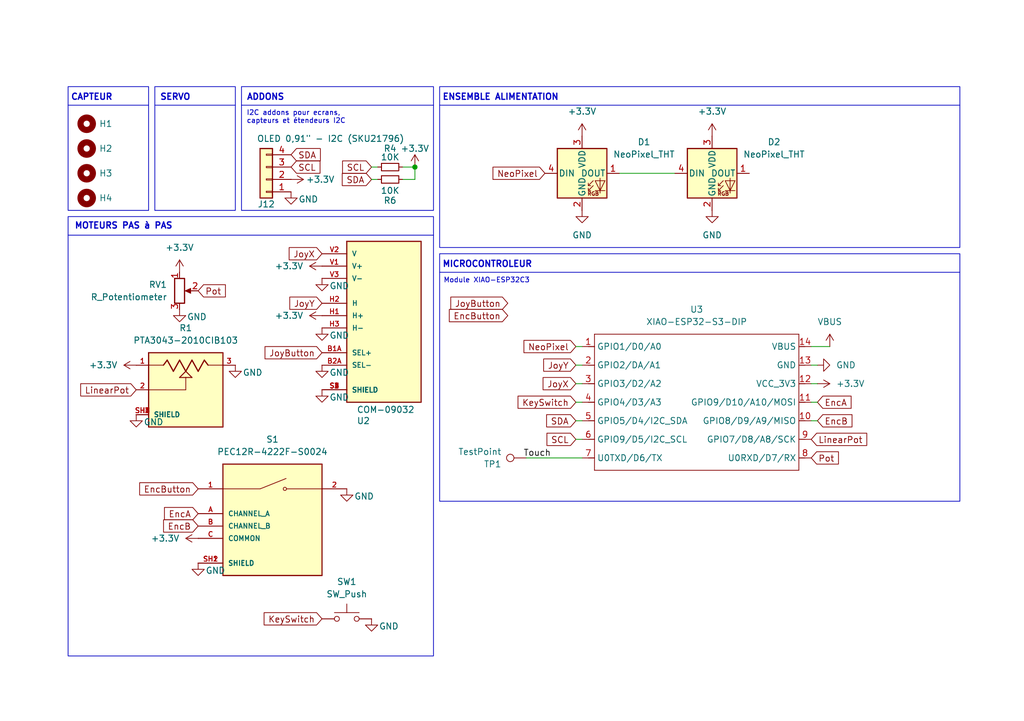
<source format=kicad_sch>
(kicad_sch (version 20250114) (generator "eeschema") (generator_version "9.0")
  (paper "A5")
  (title_block (title "PCB Otto Mks") (date "2025-01-21") (rev "1.0") (company "UniLaSalle Amiens - MakerSpace") (comment 1 "Adrien BRACQ - Remi LACOMBE") (comment 2 "https://makerspace-amiens.fr/otto-mks") (comment 3 "https://github.com/Makerspace-Amiens/otto-mks"))
  (lib_symbols
    (symbol "COM-09032:COM-09032" (pin_names (offset 1.016))
      (property "Reference" "U" (at -7.62 16.002 0))
      (property "Value" "COM-09032" (at -7.62 -20.32 0))
      (symbol "COM-09032_0_0"
        (rectangle (start -7.62 -17.78) (end 7.62 15.24) (stroke (width 0.254)) (fill (type background)))
        (pin passive line (at -12.7 12.7 0) (length 5.08) (name "V") (number "V2"))
        (pin passive line (at -12.7 10.16 0) (length 5.08) (name "V+") (number "V1"))
        (pin passive line (at -12.7 7.62 0) (length 5.08) (name "V-") (number "V3"))
        (pin passive line (at -12.7 2.54 0) (length 5.08) (name "H") (number "H2"))
        (pin passive line (at -12.7 0 0) (length 5.08) (name "H+") (number "H1"))
        (pin passive line (at -12.7 -2.54 0) (length 5.08) (name "H-") (number "H3"))
        (pin passive line (at -12.7 -7.62 0) (length 5.08) (name "SEL+") (number "B1A"))
        (pin passive line (at -12.7 -10.16 0) (length 5.08) (name "SEL-") (number "B2A"))
        (pin passive line (at -12.7 -15.24 0) (length 5.08) (name "SHIELD") (number "S1"))
        (pin passive line (at -12.7 -15.24 0) (length 5.08) (name "SHIELD") (number "S2"))
        (pin passive line (at -12.7 -15.24 0) (length 5.08) (name "SHIELD") (number "S3"))
        (pin passive line (at -12.7 -15.24 0) (length 5.08) (name "SHIELD") (number "S4"))
      )
    )
    (symbol "Connector:TestPoint" (pin_numbers (hide yes)) (pin_names (offset 0.762) (hide yes))
      (property "Reference" "TP" (at 0 6.858 0))
      (property "Value" "TestPoint" (at 0 5.08 0))
      (symbol "TestPoint_0_1"
        (circle (center 0 3.302) (radius 0.762))
      )
      (symbol "TestPoint_1_1"
        (pin passive line (at 0 0 90) (length 2.54) (name "1") (number "1"))
      )
    )
    (symbol "Connector_Generic:Conn_01x04" (pin_names (offset 1.016) (hide yes))
      (property "Reference" "J" (at 0 5.08 0))
      (property "Value" "Conn_01x04" (at 0 -7.62 0))
      (symbol "Conn_01x04_1_1"
        (rectangle (start -1.27 3.81) (end 1.27 -6.35) (stroke (width 0.254)) (fill (type background)))
        (rectangle (start -1.27 2.667) (end 0 2.413) (stroke (width 0.1524)))
        (rectangle (start -1.27 0.127) (end 0 -0.127) (stroke (width 0.1524)))
        (rectangle (start -1.27 -2.413) (end 0 -2.667) (stroke (width 0.1524)))
        (rectangle (start -1.27 -4.953) (end 0 -5.207) (stroke (width 0.1524)))
        (pin passive line (at -5.08 2.54 0) (length 3.81) (name "Pin_1") (number "1"))
        (pin passive line (at -5.08 0 0) (length 3.81) (name "Pin_2") (number "2"))
        (pin passive line (at -5.08 -2.54 0) (length 3.81) (name "Pin_3") (number "3"))
        (pin passive line (at -5.08 -5.08 0) (length 3.81) (name "Pin_4") (number "4"))
      )
    )
    (symbol "Device:R_Potentiometer" (pin_names (offset 1.016) (hide yes))
      (property "Reference" "RV" (at -4.445 0 90))
      (property "Value" "R_Potentiometer" (at -2.54 0 90))
      (symbol "R_Potentiometer_0_1"
        (rectangle (start 1.016 2.54) (end -1.016 -2.54) (stroke (width 0.254)))
        (polyline (pts (xy 1.143 0) (xy 2.286 0.508) (xy 2.286 -0.508) (xy 1.143 0)) (fill (type outline)))
        (polyline (pts (xy 2.54 0) (xy 1.524 0)))
      )
      (symbol "R_Potentiometer_1_1"
        (pin passive line (at 0 3.81 270) (length 1.27) (name "1") (number "1"))
        (pin passive line (at 0 -3.81 90) (length 1.27) (name "3") (number "3"))
        (pin passive line (at 3.81 0 180) (length 1.27) (name "2") (number "2"))
      )
    )
    (symbol "Device:R_Small" (pin_numbers (hide yes)) (pin_names (offset 0.254) (hide yes))
      (property "Reference" "R" (at 0.762 0.508 0))
      (property "Value" "R_Small" (at 0.762 -1.016 0))
      (symbol "R_Small_0_1"
        (rectangle (start -0.762 1.778) (end 0.762 -1.778) (stroke (width 0.2032)))
      )
      (symbol "R_Small_1_1"
        (pin passive line (at 0 2.54 270) (length 0.762) (name "~") (number "1"))
        (pin passive line (at 0 -2.54 90) (length 0.762) (name "~") (number "2"))
      )
    )
    (symbol "LED:NeoPixel_THT" (pin_names (offset 0.254))
      (property "Reference" "D" (at 5.08 5.715 0))
      (property "Value" "NeoPixel_THT" (at 1.27 -5.715 0))
      (symbol "NeoPixel_THT_0_0"
        (text "RGB" (at 2.286 -4.191 0) (effects (font (size 0.762 0.762))))
      )
      (symbol "NeoPixel_THT_0_1"
        (polyline (pts (xy 1.27 -2.54) (xy 1.778 -2.54)))
        (polyline (pts (xy 1.27 -3.556) (xy 1.778 -3.556)))
        (polyline (pts (xy 2.286 -1.524) (xy 1.27 -2.54) (xy 1.27 -2.032)))
        (polyline (pts (xy 2.286 -2.54) (xy 1.27 -3.556) (xy 1.27 -3.048)))
        (polyline (pts (xy 3.683 -1.016) (xy 3.683 -3.556) (xy 3.683 -4.064)))
        (polyline (pts (xy 4.699 -1.524) (xy 2.667 -1.524) (xy 3.683 -3.556) (xy 4.699 -1.524)))
        (polyline (pts (xy 4.699 -3.556) (xy 2.667 -3.556)))
        (rectangle (start 5.08 5.08) (end -5.08 -5.08) (stroke (width 0.254)) (fill (type background)))
      )
      (symbol "NeoPixel_THT_1_1"
        (pin input line (at -7.62 0 0) (length 2.54) (name "DIN") (number "4"))
        (pin power_in line (at 0 7.62 270) (length 2.54) (name "VDD") (number "3"))
        (pin power_in line (at 0 -7.62 90) (length 2.54) (name "GND") (number "2"))
        (pin output line (at 7.62 0 180) (length 2.54) (name "DOUT") (number "1"))
      )
    )
    (symbol "Mechanical:MountingHole" (pin_names (offset 1.016)) (in_bom no)
      (property "Reference" "H" (at 0 5.08 0))
      (property "Value" "MountingHole" (at 0 3.175 0))
      (symbol "MountingHole_0_1"
        (circle (center 0 0) (radius 1.27) (stroke (width 1.27)))
      )
    )
    (symbol "PEC12R-4222F-S0024:PEC12R-4222F-S0024" (pin_names (offset 1.016))
      (property "Reference" "S" (at -10.16 10.795 0))
      (property "Value" "PEC12R-4222F-S0024" (at -10.16 -15.24 0))
      (symbol "PEC12R-4222F-S0024_0_0"
        (rectangle (start -10.16 -12.7) (end 10.16 10.16) (stroke (width 0.254)) (fill (type background)))
        (polyline (pts (xy -2.54 5.08) (xy -10.16 5.08)) (stroke (width 0.1524)))
        (polyline (pts (xy -2.54 5.08) (xy 2.794 7.2136)) (stroke (width 0.1524)))
        (circle (center 2.54 5.08) (radius 0.3302) (stroke (width 0.1524)))
        (polyline (pts (xy 10.16 5.08) (xy 2.921 5.08)) (stroke (width 0.1524)))
        (pin passive line (at -15.24 5.08 0) (length 5.08) (name "~") (number "1"))
        (pin passive line (at -15.24 0 0) (length 5.08) (name "CHANNEL_A") (number "A"))
        (pin passive line (at -15.24 -2.54 0) (length 5.08) (name "CHANNEL_B") (number "B"))
        (pin passive line (at -15.24 -5.08 0) (length 5.08) (name "COMMON") (number "C"))
        (pin passive line (at -15.24 -10.16 0) (length 5.08) (name "SHIELD") (number "SH1"))
        (pin passive line (at -15.24 -10.16 0) (length 5.08) (name "SHIELD") (number "SH2"))
        (pin passive line (at 15.24 5.08 180) (length 5.08) (name "~") (number "2"))
      )
    )
    (symbol "PTA3043-2010CIB103:PTA3043-2010CIB103" (pin_names (offset 1.016))
      (property "Reference" "R" (at -7.62 8.382 0))
      (property "Value" "PTA3043-2010CIB103" (at -7.62 -10.16 0))
      (symbol "PTA3043-2010CIB103_0_0"
        (polyline (pts (xy -7.62 5.08) (xy -4.572 5.08)) (stroke (width 0.1524)))
        (rectangle (start -7.62 -7.62) (end 7.62 7.62) (stroke (width 0.254)) (fill (type background)))
        (polyline (pts (xy -4.572 5.08) (xy -3.81 6.096)) (stroke (width 0.254)))
        (polyline (pts (xy -3.81 6.096) (xy -2.54 3.81)) (stroke (width 0.254)))
        (polyline (pts (xy -2.54 3.81) (xy -1.27 6.096)) (stroke (width 0.254)))
        (polyline (pts (xy -1.27 6.096) (xy 0 3.81)) (stroke (width 0.254)))
        (polyline (pts (xy -1.27 2.54) (xy 0 3.81)) (stroke (width 0.2032)))
        (polyline (pts (xy 0 3.81) (xy 1.27 6.096)) (stroke (width 0.254)))
        (polyline (pts (xy 0 3.81) (xy 1.27 2.54)) (stroke (width 0.2032)))
        (polyline (pts (xy 0 2.54) (xy -1.27 2.54)) (stroke (width 0.2032)))
        (polyline (pts (xy 0 2.54) (xy 0 0)) (stroke (width 0.1524)))
        (polyline (pts (xy 0 0) (xy -7.62 0)) (stroke (width 0.1524)))
        (polyline (pts (xy 1.27 6.096) (xy 2.54 3.81)) (stroke (width 0.254)))
        (polyline (pts (xy 1.27 2.54) (xy 0 2.54)) (stroke (width 0.2032)))
        (polyline (pts (xy 2.54 3.81) (xy 3.81 6.096)) (stroke (width 0.254)))
        (polyline (pts (xy 3.81 6.096) (xy 4.572 5.08)) (stroke (width 0.254)))
        (polyline (pts (xy 4.572 5.08) (xy 7.62 5.08)) (stroke (width 0.1524)))
        (pin passive line (at -10.16 5.08 0) (length 2.54) (name "~") (number "1"))
        (pin passive line (at -10.16 0 0) (length 2.54) (name "~") (number "2"))
        (pin passive line (at -10.16 -5.08 0) (length 2.54) (name "SHIELD") (number "SH1"))
        (pin passive line (at -10.16 -5.08 0) (length 2.54) (name "SHIELD") (number "SH2"))
        (pin passive line (at -10.16 -5.08 0) (length 2.54) (name "SHIELD") (number "SH3"))
        (pin passive line (at -10.16 -5.08 0) (length 2.54) (name "SHIELD") (number "SH4"))
        (pin passive line (at 10.16 5.08 180) (length 2.54) (name "~") (number "3"))
      )
    )
    (symbol "Seeed_Studio_XIAO_Series:XIAO-ESP32-S3-DIP"
      (property "Reference" "U" (at 1.27 0.508 0))
      (property "Value" "XIAO-ESP32-S3-DIP" (at 9.652 -1.778 0))
      (symbol "XIAO-ESP32-S3-DIP_1_0"
        (polyline (pts (xy 0 -2.54) (xy 41.91 -2.54)) (stroke (width 0.1524)))
        (polyline (pts (xy 0 -5.08) (xy -1.27 -5.08)) (stroke (width 0.1524)))
        (polyline (pts (xy 0 -5.08) (xy 0 -2.54)) (stroke (width 0.1524)))
        (polyline (pts (xy 0 -8.89) (xy -1.27 -8.89)) (stroke (width 0.1524)))
        (polyline (pts (xy 0 -8.89) (xy 0 -5.08)) (stroke (width 0.1524)))
        (polyline (pts (xy 0 -12.7) (xy -1.27 -12.7)) (stroke (width 0.1524)))
        (polyline (pts (xy 0 -12.7) (xy 0 -8.89)) (stroke (width 0.1524)))
        (polyline (pts (xy 0 -16.51) (xy -1.27 -16.51)) (stroke (width 0.1524)))
        (polyline (pts (xy 0 -16.51) (xy 0 -12.7)) (stroke (width 0.1524)))
        (polyline (pts (xy 0 -20.32) (xy -1.27 -20.32)) (stroke (width 0.1524)))
        (polyline (pts (xy 0 -24.13) (xy -1.27 -24.13)) (stroke (width 0.1524)))
        (polyline (pts (xy 0 -27.94) (xy -1.27 -27.94)) (stroke (width 0.1524)))
        (polyline (pts (xy 0 -30.48) (xy 0 -16.51)) (stroke (width 0.1524)))
        (polyline (pts (xy 41.91 -2.54) (xy 41.91 -5.08)) (stroke (width 0.1524)))
        (polyline (pts (xy 41.91 -5.08) (xy 41.91 -8.89)) (stroke (width 0.1524)))
        (polyline (pts (xy 41.91 -8.89) (xy 41.91 -12.7)) (stroke (width 0.1524)))
        (polyline (pts (xy 41.91 -12.7) (xy 41.91 -30.48)) (stroke (width 0.1524)))
        (polyline (pts (xy 41.91 -30.48) (xy 0 -30.48)) (stroke (width 0.1524)))
        (polyline (pts (xy 43.18 -5.08) (xy 41.91 -5.08)) (stroke (width 0.1524)))
        (polyline (pts (xy 43.18 -8.89) (xy 41.91 -8.89)) (stroke (width 0.1524)))
        (polyline (pts (xy 43.18 -12.7) (xy 41.91 -12.7)) (stroke (width 0.1524)))
        (polyline (pts (xy 43.18 -16.51) (xy 41.91 -16.51)) (stroke (width 0.1524)))
        (polyline (pts (xy 43.18 -20.32) (xy 41.91 -20.32)) (stroke (width 0.1524)))
        (polyline (pts (xy 43.18 -24.13) (xy 41.91 -24.13)) (stroke (width 0.1524)))
        (polyline (pts (xy 43.18 -27.94) (xy 41.91 -27.94)) (stroke (width 0.1524)))
        (pin passive line (at -2.54 -5.08 0) (length 2.54) (name "GPIO1/D0/A0") (number "1"))
        (pin passive line (at -2.54 -8.89 0) (length 2.54) (name "GPIO2/DA/A1") (number "2"))
        (pin passive line (at -2.54 -12.7 0) (length 2.54) (name "GPIO3/D2/A2") (number "3"))
        (pin passive line (at -2.54 -16.51 0) (length 2.54) (name "GPIO4/D3/A3") (number "4"))
        (pin passive line (at -2.54 -20.32 0) (length 2.54) (name "GPIO5/D4/I2C_SDA") (number "5"))
        (pin passive line (at -2.54 -24.13 0) (length 2.54) (name "GPIO9/D5/I2C_SCL") (number "6"))
        (pin passive line (at -2.54 -27.94 0) (length 2.54) (name "U0TXD/D6/TX") (number "7"))
        (pin passive line (at 44.45 -5.08 180) (length 2.54) (name "VBUS") (number "14"))
        (pin passive line (at 44.45 -8.89 180) (length 2.54) (name "GND") (number "13"))
        (pin passive line (at 44.45 -12.7 180) (length 2.54) (name "VCC_3V3") (number "12"))
        (pin passive line (at 44.45 -16.51 180) (length 2.54) (name "GPIO9/D10/A10/MOSI") (number "11"))
        (pin passive line (at 44.45 -20.32 180) (length 2.54) (name "GPIO8/D9/A9/MISO") (number "10"))
        (pin passive line (at 44.45 -24.13 180) (length 2.54) (name "GPIO7/D8/A8/SCK") (number "9"))
        (pin passive line (at 44.45 -27.94 180) (length 2.54) (name "U0RXD/D7/RX") (number "8"))
      )
    )
    (symbol "Switch:SW_Push" (pin_numbers (hide yes)) (pin_names (offset 1.016) (hide yes))
      (property "Reference" "SW" (at 1.27 2.54 0))
      (property "Value" "SW_Push" (at 0 -1.524 0))
      (symbol "SW_Push_0_1"
        (circle (center -2.032 0) (radius 0.508))
        (polyline (pts (xy 0 1.27) (xy 0 3.048)))
        (circle (center 2.032 0) (radius 0.508))
        (polyline (pts (xy 2.54 1.27) (xy -2.54 1.27)))
        (pin passive line (at -5.08 0 0) (length 2.54) (name "1") (number "1"))
        (pin passive line (at 5.08 0 180) (length 2.54) (name "2") (number "2"))
      )
    )
    (symbol "power:+3.3V" (power) (pin_numbers (hide yes)) (pin_names (offset 0) (hide yes))
      (property "Value" "+3.3V" (at 0 3.556 0))
      (symbol "+3.3V_0_1"
        (polyline (pts (xy -0.762 1.27) (xy 0 2.54)))
        (polyline (pts (xy 0 2.54) (xy 0.762 1.27)))
        (polyline (pts (xy 0 0) (xy 0 2.54)))
      )
      (symbol "+3.3V_1_1"
        (pin power_in line (at 0 0 90) (length 0) (name "~") (number "1"))
      )
    )
    (symbol "power:GND" (power) (pin_numbers (hide yes)) (pin_names (offset 0) (hide yes))
      (property "Value" "GND" (at 0 -3.81 0))
      (symbol "GND_0_1"
        (polyline (pts (xy 0 0) (xy 0 -1.27) (xy 1.27 -1.27) (xy 0 -2.54) (xy -1.27 -1.27) (xy 0 -1.27)))
      )
      (symbol "GND_1_1"
        (pin power_in line (at 0 0 270) (length 0) (name "~") (number "1"))
      )
    )
    (symbol "power:VBUS" (power) (pin_numbers (hide yes)) (pin_names (offset 0) (hide yes))
      (property "Value" "VBUS" (at 0 3.556 0))
      (symbol "VBUS_0_1"
        (polyline (pts (xy -0.762 1.27) (xy 0 2.54)))
        (polyline (pts (xy 0 2.54) (xy 0.762 1.27)))
        (polyline (pts (xy 0 0) (xy 0 2.54)))
      )
      (symbol "VBUS_1_1"
        (pin power_in line (at 0 0 90) (length 0) (name "~") (number "1"))
      )
    )
  )
  (rectangle (start 49.53 17.78) (end 88.9 43.18))
  (rectangle (start 31.75 17.78) (end 48.26 43.18))
  (rectangle (start 90.17 52.07) (end 196.85 102.87))
  (rectangle (start 13.97 17.78) (end 30.48 43.18))
  (rectangle (start 90.17 17.78) (end 196.85 50.8))
  (rectangle (start 13.97 44.45) (end 88.9 134.62))
  (text "CAPTEUR" (at 14.478 20.066 0) (effects (font (size 1.27 1.27) (thickness 0.254) (bold yes)) (justify left)))
  (text "MOTEURS PAS à PAS" (at 15.24 46.482 0) (effects (font (size 1.27 1.27) (thickness 0.254) (bold yes)) (justify left)))
  (text "ADDONS" (at 50.546 20.066 0) (effects (font (size 1.27 1.27) (thickness 0.254) (bold yes)) (justify left)))
  (text "ENSEMBLE ALIMENTATION" (at 90.678 20.066 0) (effects (font (size 1.27 1.27) (thickness 0.254) (bold yes)) (justify left)))
  (text "SERVO" (at 32.766 20.066 0) (effects (font (size 1.27 1.27) (thickness 0.254) (bold yes)) (justify left)))
  (text "Module XIAO-ESP32C3" (at 90.932 57.658 0) (effects (font (size 1.016 1.016)) (justify left)))
  (text "I2C addons pour ecrans, \ncapteurs et étendeurs I2C" (at 50.546 24.13 0) (effects (font (size 1.016 1.016)) (justify left)))
  (text "MICROCONTROLEUR" (at 90.678 54.356 0) (effects (font (size 1.27 1.27) (thickness 0.254) (bold yes)) (justify left)))
  (junction (at 85.09 34.29))
  (wire (pts (xy 76.2 34.29) (xy 77.47 34.29)))
  (wire (pts (xy 85.09 36.83) (xy 85.09 34.29)))
  (polyline (pts (xy 90.17 55.88) (xy 196.85 55.88)))
  (wire (pts (xy 118.11 74.93) (xy 119.38 74.93)))
  (wire (pts (xy 119.38 82.55) (xy 118.11 82.55)))
  (wire (pts (xy 119.38 93.98) (xy 107.95 93.98)))
  (wire (pts (xy 166.37 71.12) (xy 170.18 71.12)))
  (polyline (pts (xy 90.17 21.59) (xy 196.85 21.59)))
  (wire (pts (xy 118.11 78.74) (xy 119.38 78.74)))
  (wire (pts (xy 167.64 82.55) (xy 166.37 82.55)))
  (wire (pts (xy 166.37 78.74) (xy 167.64 78.74)))
  (wire (pts (xy 119.38 90.17) (xy 118.11 90.17)))
  (wire (pts (xy 127 35.56) (xy 138.43 35.56)))
  (wire (pts (xy 119.38 86.36) (xy 118.11 86.36)))
  (wire (pts (xy 166.37 74.93) (xy 167.64 74.93)))
  (polyline (pts (xy 31.75 21.59) (xy 48.26 21.59)))
  (wire (pts (xy 82.55 36.83) (xy 85.09 36.83)))
  (wire (pts (xy 167.64 86.36) (xy 166.37 86.36)))
  (polyline (pts (xy 13.97 21.59) (xy 30.48 21.59)))
  (wire (pts (xy 119.38 71.12) (xy 118.11 71.12)))
  (polyline (pts (xy 13.97 48.26) (xy 88.9 48.26)))
  (wire (pts (xy 76.2 36.83) (xy 77.47 36.83)))
  (wire (pts (xy 85.09 34.29) (xy 82.55 34.29)))
  (polyline (pts (xy 49.53 21.59) (xy 88.9 21.59)))
  (label "Touch" (at 113.03 93.98 180))
  (global_label "EncButton" (shape input) (at 40.64 100.33 180) (property "Intersheetrefs" "${INTERSHEET_REFS}" (effects (hide yes))))
  (global_label "EncB" (shape input) (at 167.64 86.36 0) (property "Intersheetrefs" "${INTERSHEET_REFS}" (effects (hide yes))))
  (global_label "EncB" (shape input) (at 40.64 107.95 180) (property "Intersheetrefs" "${INTERSHEET_REFS}" (effects (hide yes))))
  (global_label "EncA" (shape input) (at 40.64 105.41 180) (property "Intersheetrefs" "${INTERSHEET_REFS}" (effects (hide yes))))
  (global_label "Pot" (shape input) (at 40.64 59.69 0) (property "Intersheetrefs" "${INTERSHEET_REFS}" (effects (hide yes))))
  (global_label "JoyX" (shape input) (at 118.11 78.74 180) (property "Intersheetrefs" "${INTERSHEET_REFS}" (effects (hide yes))))
  (global_label "LinearPot" (shape input) (at 27.94 80.01 180) (property "Intersheetrefs" "${INTERSHEET_REFS}" (effects (hide yes))))
  (global_label "SCL" (shape input) (at 59.69 34.29 0) (property "Intersheetrefs" "${INTERSHEET_REFS}" (effects (hide yes))))
  (global_label "Pot" (shape input) (at 166.37 93.98 0) (property "Intersheetrefs" "${INTERSHEET_REFS}" (effects (hide yes))))
  (global_label "EncA" (shape input) (at 167.64 82.55 0) (property "Intersheetrefs" "${INTERSHEET_REFS}" (effects (hide yes))))
  (global_label "LinearPot" (shape input) (at 166.37 90.17 0) (property "Intersheetrefs" "${INTERSHEET_REFS}" (effects (hide yes))))
  (global_label "KeySwitch" (shape input) (at 118.11 82.55 180) (property "Intersheetrefs" "${INTERSHEET_REFS}" (effects (hide yes))))
  (global_label "NeoPixel" (shape input) (at 111.76 35.56 180) (property "Intersheetrefs" "${INTERSHEET_REFS}" (effects (hide yes))))
  (global_label "JoyY" (shape input) (at 118.11 74.93 180) (property "Intersheetrefs" "${INTERSHEET_REFS}" (effects (hide yes))))
  (global_label "SDA" (shape input) (at 76.2 36.83 180) (property "Intersheetrefs" "${INTERSHEET_REFS}" (effects (hide yes))))
  (global_label "JoyButton" (shape input) (at 66.04 72.39 180) (property "Intersheetrefs" "${INTERSHEET_REFS}" (effects (hide yes))))
  (global_label "SCL" (shape input) (at 76.2 34.29 180) (property "Intersheetrefs" "${INTERSHEET_REFS}" (effects (hide yes))))
  (global_label "JoyX" (shape input) (at 66.04 52.07 180) (property "Intersheetrefs" "${INTERSHEET_REFS}" (effects (hide yes))))
  (global_label "KeySwitch" (shape input) (at 66.04 127 180) (property "Intersheetrefs" "${INTERSHEET_REFS}" (effects (hide yes))))
  (global_label "SDA" (shape input) (at 118.11 86.36 180) (property "Intersheetrefs" "${INTERSHEET_REFS}" (effects (hide yes))))
  (global_label "JoyY" (shape input) (at 66.04 62.23 180) (property "Intersheetrefs" "${INTERSHEET_REFS}" (effects (hide yes))))
  (global_label "JoyButton" (shape input) (at 104.14 62.23 180) (property "Intersheetrefs" "${INTERSHEET_REFS}" (effects (hide yes))))
  (global_label "EncButton" (shape input) (at 104.14 64.77 180) (property "Intersheetrefs" "${INTERSHEET_REFS}" (effects (hide yes))))
  (global_label "NeoPixel" (shape input) (at 118.11 71.12 180) (property "Intersheetrefs" "${INTERSHEET_REFS}" (effects (hide yes))))
  (global_label "SDA" (shape input) (at 59.69 31.75 0) (property "Intersheetrefs" "${INTERSHEET_REFS}" (effects (hide yes))))
  (global_label "SCL" (shape input) (at 118.11 90.17 180) (property "Intersheetrefs" "${INTERSHEET_REFS}" (effects (hide yes))))
  (symbol (lib_id "power:GND") (at 59.69 39.37 0) (unit 1)
    (property "Reference" "#PWR032" (effects (hide yes)))
    (property "Value" "GND" (at 63.246 40.894 0))
    (property "Description" "Power symbol creates a global label with name \"GND\" , ground" (effects (hide yes)))
  )
  (symbol (lib_id "power:GND") (at 146.05 43.18 0) (unit 1)
    (property "Reference" "#PWR019" (effects (hide yes)))
    (property "Value" "GND" (at 146.05 48.26 0))
    (property "Description" "Power symbol creates a global label with name \"GND\" , ground" (effects (hide yes)))
  )
  (symbol (lib_id "power:GND") (at 167.64 74.93 90) (unit 1)
    (property "Reference" "#PWR05" (effects (hide yes)))
    (property "Value" "GND" (at 171.45 74.9299 90) (effects (justify right)))
    (property "Description" "Power symbol creates a global label with name \"GND\" , ground" (effects (hide yes)))
  )
  (symbol (lib_id "power:+3.3V") (at 59.69 36.83 270) (unit 1)
    (property "Reference" "#PWR031" (effects (hide yes)))
    (property "Value" "+3.3V" (at 62.738 36.83 90) (effects (justify left)))
    (property "Description" "Power symbol creates a global label with name \"+3.3V\"" (effects (hide yes)))
  )
  (symbol (lib_id "PTA3043-2010CIB103:PTA3043-2010CIB103") (at 38.1 80.01 0) (unit 1)
    (property "Reference" "R1" (at 38.1 67.31 0))
    (property "Value" "PTA3043-2010CIB103" (at 38.1 69.85 0))
    (property "Footprint" "PTA3043-2010CIB103:TRIM_PTA3043-2010CIB103" (effects (hide yes)))
    (property "MF" "Bourns" (effects (hide yes)))
    (property "MAXIMUM_PACKAGE_HEIGHT" "21.5mm" (effects (hide yes)))
    (property "Package" "NON STANDARD Bourns" (effects (hide yes)))
    (property "Price" "None" (effects (hide yes)))
    (property "Check_prices" "https://www.snapeda.com/parts/PTA3043-2010CIB103/Bourns/view-part/?ref=eda" (effects (hide yes)))
    (property "STANDARD" "Manufacturer Recommendations" (effects (hide yes)))
    (property "PARTREV" "04/21" (effects (hide yes)))
    (property "SnapEDA_Link" "https://www.snapeda.com/parts/PTA3043-2010CIB103/Bourns/view-part/?ref=snap" (effects (hide yes)))
    (property "MP" "PTA3043-2010CIB103" (effects (hide yes)))
    (property "Description_1" "PANEL CONTROL - SLIDE CARBON | Bourns PTA3043-2010CIB103" (effects (hide yes)))
    (property "Availability" "In Stock" (effects (hide yes)))
    (property "MANUFACTURER" "Bourns" (effects (hide yes)))
  )
  (symbol (lib_id "Switch:SW_Push") (at 71.12 127 0) (unit 1)
    (property "Reference" "SW1" (at 71.12 119.38 0))
    (property "Value" "SW_Push" (at 71.12 121.92 0))
    (property "Footprint" "PCM_Switch_Keyboard_Cherry_MX:SW_Cherry_MX_PCB_1.00u" (effects (hide yes)))
    (property "Description" "Push button switch, generic, two pins" (effects (hide yes)))
  )
  (symbol (lib_id "Mechanical:MountingHole") (at 17.78 40.64 0) (unit 1) (in_bom no)
    (property "Reference" "H4" (at 20.32 40.6399 0) (effects (justify left)))
    (property "Value" "MountingHole" (effects (hide yes)))
    (property "Footprint" "MountingHole:MountingHole_3.2mm_M3" (effects (hide yes)))
    (property "Description" "Mounting Hole without connection" (effects (hide yes)))
  )
  (symbol (lib_id "power:GND") (at 76.2 127 0) (unit 1)
    (property "Reference" "#PWR014" (effects (hide yes)))
    (property "Value" "GND" (at 79.756 128.524 0))
    (property "Description" "Power symbol creates a global label with name \"GND\" , ground" (effects (hide yes)))
  )
  (symbol (lib_id "power:+3.3V") (at 40.64 110.49 90) (unit 1)
    (property "Reference" "#PWR016" (effects (hide yes)))
    (property "Value" "+3.3V" (at 36.83 110.4899 90) (effects (justify left)))
    (property "Description" "Power symbol creates a global label with name \"+3.3V\"" (effects (hide yes)))
  )
  (symbol (lib_id "power:VBUS") (at 170.18 71.12 0) (unit 1)
    (property "Reference" "#PWR017" (effects (hide yes)))
    (property "Value" "VBUS" (at 170.18 66.04 0))
    (property "Description" "Power symbol creates a global label with name \"VBUS\"" (effects (hide yes)))
  )
  (symbol (lib_id "power:+3.3V") (at 85.09 34.29 0) (unit 1)
    (property "Reference" "#PWR036" (effects (hide yes)))
    (property "Value" "+3.3V" (at 85.09 30.48 0))
    (property "Description" "Power symbol creates a global label with name \"+3.3V\"" (effects (hide yes)))
  )
  (symbol (lib_id "Mechanical:MountingHole") (at 17.78 35.56 0) (unit 1) (in_bom no)
    (property "Reference" "H3" (at 20.32 35.5599 0) (effects (justify left)))
    (property "Value" "MountingHole" (effects (hide yes)))
    (property "Footprint" "MountingHole:MountingHole_3.2mm_M3" (effects (hide yes)))
    (property "Description" "Mounting Hole without connection" (effects (hide yes)))
  )
  (symbol (lib_id "Device:R_Potentiometer") (at 36.83 59.69 0) (unit 1)
    (property "Reference" "RV1" (at 34.29 58.4199 0) (effects (justify right)))
    (property "Value" "R_Potentiometer" (at 34.29 60.9599 0) (effects (justify right)))
    (property "Footprint" "Potentiometer_THT:Potentiometer_Bourns_PTV09A-1_Single_Vertical" (effects (hide yes)))
    (property "Description" "Potentiometer" (effects (hide yes)))
  )
  (symbol (lib_id "power:GND") (at 71.12 100.33 0) (unit 1)
    (property "Reference" "#PWR010" (effects (hide yes)))
    (property "Value" "GND" (at 74.676 101.854 0))
    (property "Description" "Power symbol creates a global label with name \"GND\" , ground" (effects (hide yes)))
  )
  (symbol (lib_id "power:+3.3V") (at 36.83 55.88 0) (unit 1)
    (property "Reference" "#PWR013" (effects (hide yes)))
    (property "Value" "+3.3V" (at 36.83 50.8 0))
    (property "Description" "Power symbol creates a global label with name \"+3.3V\"" (effects (hide yes)))
  )
  (symbol (lib_id "power:GND") (at 40.64 115.57 0) (unit 1)
    (property "Reference" "#PWR02" (effects (hide yes)))
    (property "Value" "GND" (at 44.196 117.094 0))
    (property "Description" "Power symbol creates a global label with name \"GND\" , ground" (effects (hide yes)))
  )
  (symbol (lib_id "power:+3.3V") (at 66.04 64.77 90) (unit 1)
    (property "Reference" "#PWR012" (effects (hide yes)))
    (property "Value" "+3.3V" (at 62.23 64.7699 90) (effects (justify left)))
    (property "Description" "Power symbol creates a global label with name \"+3.3V\"" (effects (hide yes)))
  )
  (symbol (lib_id "power:+3.3V") (at 119.38 27.94 0) (unit 1)
    (property "Reference" "#PWR020" (effects (hide yes)))
    (property "Value" "+3.3V" (at 119.38 22.86 0))
    (property "Description" "Power symbol creates a global label with name \"+3.3V\"" (effects (hide yes)))
  )
  (symbol (lib_id "Mechanical:MountingHole") (at 17.78 30.48 0) (unit 1) (in_bom no)
    (property "Reference" "H2" (at 20.32 30.4799 0) (effects (justify left)))
    (property "Value" "MountingHole" (effects (hide yes)))
    (property "Footprint" "MountingHole:MountingHole_3.2mm_M3" (effects (hide yes)))
    (property "Description" "Mounting Hole without connection" (effects (hide yes)))
  )
  (symbol (lib_id "Connector_Generic:Conn_01x04") (at 54.61 36.83 180) (unit 1)
    (property "Reference" "J12" (at 54.61 41.91 0))
    (property "Value" "OLED 0,91\" - I2C (SKU21796)" (at 67.818 28.448 0))
    (property "Footprint" "Connector_PinSocket_2.54mm:PinSocket_1x04_P2.54mm_Vertical" (effects (hide yes)))
    (property "Datasheet" "https://www.gotronic.fr/art-afficheur-oled-0-91-sku21796-35038.htm" (effects (hide yes)))
    (property "Description" "Generic connector, single row, 01x04, script generated (kicad-library-utils/schlib/autogen/connector/)" (effects (hide yes)))
  )
  (symbol (lib_id "Mechanical:MountingHole") (at 17.78 25.4 0) (unit 1) (in_bom no)
    (property "Reference" "H1" (at 20.32 25.3999 0) (effects (justify left)))
    (property "Value" "MountingHole" (effects (hide yes)))
    (property "Footprint" "MountingHole:MountingHole_3.2mm_M3" (effects (hide yes)))
    (property "Description" "Mounting Hole without connection" (effects (hide yes)))
  )
  (symbol (lib_id "Device:R_Small") (at 80.01 34.29 270) (unit 1)
    (property "Reference" "R4" (at 80.01 30.48 90))
    (property "Value" "10K" (at 80.01 32.258 90))
    (property "Footprint" "Resistor_THT:R_Axial_DIN0204_L3.6mm_D1.6mm_P7.62mm_Horizontal" (effects (hide yes)))
    (property "Description" "Resistor, small symbol" (effects (hide yes)))
  )
  (symbol (lib_id "power:+3.3V") (at 66.04 54.61 90) (unit 1)
    (property "Reference" "#PWR011" (effects (hide yes)))
    (property "Value" "+3.3V" (at 62.23 54.6099 90) (effects (justify left)))
    (property "Description" "Power symbol creates a global label with name \"+3.3V\"" (effects (hide yes)))
  )
  (symbol (lib_id "power:GND") (at 66.04 80.01 0) (unit 1)
    (property "Reference" "#PWR01" (effects (hide yes)))
    (property "Value" "GND" (at 69.596 81.534 0))
    (property "Description" "Power symbol creates a global label with name \"GND\" , ground" (effects (hide yes)))
  )
  (symbol (lib_id "Connector:TestPoint") (at 107.95 93.98 90) (unit 1)
    (property "Reference" "TP1" (at 102.87 95.2501 90) (effects (justify left)))
    (property "Value" "TestPoint" (at 102.87 92.7101 90) (effects (justify left)))
    (property "Footprint" "TestPoint:TestPoint_Pad_D1.0mm" (effects (hide yes)))
    (property "Description" "test point" (effects (hide yes)))
  )
  (symbol (lib_id "power:+3.3V") (at 167.64 78.74 270) (unit 1)
    (property "Reference" "#PWR025" (effects (hide yes)))
    (property "Value" "+3.3V" (at 171.45 78.7399 90) (effects (justify left)))
    (property "Description" "Power symbol creates a global label with name \"+3.3V\"" (effects (hide yes)))
  )
  (symbol (lib_id "power:GND") (at 48.26 74.93 0) (unit 1)
    (property "Reference" "#PWR09" (effects (hide yes)))
    (property "Value" "GND" (at 51.816 76.454 0))
    (property "Description" "Power symbol creates a global label with name \"GND\" , ground" (effects (hide yes)))
  )
  (symbol (lib_id "power:GND") (at 66.04 57.15 0) (unit 1)
    (property "Reference" "#PWR07" (effects (hide yes)))
    (property "Value" "GND" (at 69.596 58.674 0))
    (property "Description" "Power symbol creates a global label with name \"GND\" , ground" (effects (hide yes)))
  )
  (symbol (lib_id "LED:NeoPixel_THT") (at 119.38 35.56 0) (unit 1)
    (property "Reference" "D1" (at 132.08 29.1398 0))
    (property "Value" "NeoPixel_THT" (at 132.08 31.6798 0))
    (property "Footprint" "LED_THT:LED_D5.0mm-4_RGB" (effects (hide yes)))
    (property "Datasheet" "https://www.adafruit.com/product/1938" (effects (hide yes)))
    (property "Description" "RGB LED with integrated controller, 5mm/8mm LED package" (effects (hide yes)))
  )
  (symbol (lib_id "power:+3.3V") (at 146.05 27.94 0) (unit 1)
    (property "Reference" "#PWR021" (effects (hide yes)))
    (property "Value" "+3.3V" (at 146.05 22.86 0))
    (property "Description" "Power symbol creates a global label with name \"+3.3V\"" (effects (hide yes)))
  )
  (symbol (lib_id "power:GND") (at 66.04 67.31 0) (unit 1)
    (property "Reference" "#PWR06" (effects (hide yes)))
    (property "Value" "GND" (at 69.596 68.834 0))
    (property "Description" "Power symbol creates a global label with name \"GND\" , ground" (effects (hide yes)))
  )
  (symbol (lib_id "Seeed_Studio_XIAO_Series:XIAO-ESP32-S3-DIP") (at 121.92 66.04 0) (unit 1)
    (property "Reference" "U3" (at 142.875 63.5 0))
    (property "Value" "XIAO-ESP32-S3-DIP" (at 142.875 66.04 0))
    (property "Footprint" "Seeed Studio XIAO Series Library:XIAO-ESP32S3-DIP" (effects (hide yes)))
  )
  (symbol (lib_id "power:+3.3V") (at 27.94 74.93 90) (unit 1)
    (property "Reference" "#PWR015" (effects (hide yes)))
    (property "Value" "+3.3V" (at 24.13 74.9299 90) (effects (justify left)))
    (property "Description" "Power symbol creates a global label with name \"+3.3V\"" (effects (hide yes)))
  )
  (symbol (lib_id "COM-09032:COM-09032") (at 78.74 64.77 0) (unit 1)
    (property "Reference" "U2" (at 73.152 86.36 0) (effects (justify left)))
    (property "Value" "COM-09032" (at 73.152 84.074 0) (effects (justify left)))
    (property "Footprint" "JOYSTICK-COM-09032:XDCR_COM-09032" (effects (hide yes)))
    (property "MF" "SparkFun Electronics" (effects (hide yes)))
    (property "MAXIMUM_PACKAGE_HEIGHT" "30.1mm" (effects (hide yes)))
    (property "Package" "Package" (effects (hide yes)))
    (property "Price" "None" (effects (hide yes)))
    (property "Check_prices" "https://www.snapeda.com/parts/COM-09032/SparkFun/view-part/?ref=eda" (effects (hide yes)))
    (property "STANDARD" "Manufacturer Recommendations" (effects (hide yes)))
    (property "PARTREV" "N/A" (effects (hide yes)))
    (property "SnapEDA_Link" "https://www.snapeda.com/parts/COM-09032/SparkFun/view-part/?ref=snap" (effects (hide yes)))
    (property "MP" "COM-09032" (effects (hide yes)))
    (property "Description_1" "Joystick, 2 - Axis Analog (Resistive) Output" (effects (hide yes)))
    (property "Availability" "Not in stock" (effects (hide yes)))
    (property "MANUFACTURER" "SparkFun Electronics" (effects (hide yes)))
  )
  (symbol (lib_id "power:GND") (at 66.04 74.93 0) (unit 1)
    (property "Reference" "#PWR04" (effects (hide yes)))
    (property "Value" "GND" (at 69.596 76.454 0))
    (property "Description" "Power symbol creates a global label with name \"GND\" , ground" (effects (hide yes)))
  )
  (symbol (lib_id "LED:NeoPixel_THT") (at 146.05 35.56 0) (unit 1)
    (property "Reference" "D2" (at 158.75 29.1398 0))
    (property "Value" "NeoPixel_THT" (at 158.75 31.6798 0))
    (property "Footprint" "LED_THT:LED_D5.0mm-4_RGB" (effects (hide yes)))
    (property "Datasheet" "https://www.adafruit.com/product/1938" (effects (hide yes)))
    (property "Description" "RGB LED with integrated controller, 5mm/8mm LED package" (effects (hide yes)))
  )
  (symbol (lib_id "power:GND") (at 119.38 43.18 0) (unit 1)
    (property "Reference" "#PWR018" (effects (hide yes)))
    (property "Value" "GND" (at 119.38 48.26 0))
    (property "Description" "Power symbol creates a global label with name \"GND\" , ground" (effects (hide yes)))
  )
  (symbol (lib_id "Device:R_Small") (at 80.01 36.83 270) (unit 1)
    (property "Reference" "R6" (at 80.01 41.148 90))
    (property "Value" "10K" (at 80.01 39.116 90))
    (property "Footprint" "Resistor_THT:R_Axial_DIN0204_L3.6mm_D1.6mm_P7.62mm_Horizontal" (effects (hide yes)))
    (property "Description" "Resistor, small symbol" (effects (hide yes)))
  )
  (symbol (lib_id "PEC12R-4222F-S0024:PEC12R-4222F-S0024") (at 55.88 105.41 0) (unit 1)
    (property "Reference" "S1" (at 55.88 90.17 0))
    (property "Value" "PEC12R-4222F-S0024" (at 55.88 92.71 0))
    (property "Footprint" "PEC12R-4222F-S0024:XDCR_PEC12R-4222F-S0024" (effects (hide yes)))
    (property "MF" "Bourns Inc." (effects (hide yes)))
    (property "MAXIMUM_PACKAGE_HEIGHT" "20.5mm" (effects (hide yes)))
    (property "Package" "None" (effects (hide yes)))
    (property "Price" "None" (effects (hide yes)))
    (property "Check_prices" "https://www.snapeda.com/parts/PEC12R-4222F-S0024/Bourns/view-part/?ref=eda" (effects (hide yes)))
    (property "STANDARD" "Manufacturer recommendations" (effects (hide yes)))
    (property "PARTREV" "07/21" (effects (hide yes)))
    (property "SnapEDA_Link" "https://www.snapeda.com/parts/PEC12R-4222F-S0024/Bourns/view-part/?ref=snap" (effects (hide yes)))
    (property "MP" "PEC12R-4222F-S0024" (effects (hide yes)))
    (property "Description_1" "Rotary Encoder Incremental 24 Quadrature (Incremental) Horizontal" (effects (hide yes)))
    (property "Availability" "In Stock" (effects (hide yes)))
    (property "MANUFACTURER" "Bourns" (effects (hide yes)))
  )
  (symbol (lib_id "power:GND") (at 36.83 63.5 0) (unit 1)
    (property "Reference" "#PWR08" (effects (hide yes)))
    (property "Value" "GND" (at 40.386 65.024 0))
    (property "Description" "Power symbol creates a global label with name \"GND\" , ground" (effects (hide yes)))
  )
  (symbol (lib_id "power:GND") (at 27.94 85.09 0) (unit 1)
    (property "Reference" "#PWR03" (effects (hide yes)))
    (property "Value" "GND" (at 31.496 86.614 0))
    (property "Description" "Power symbol creates a global label with name \"GND\" , ground" (effects (hide yes)))
  )
)
</source>
